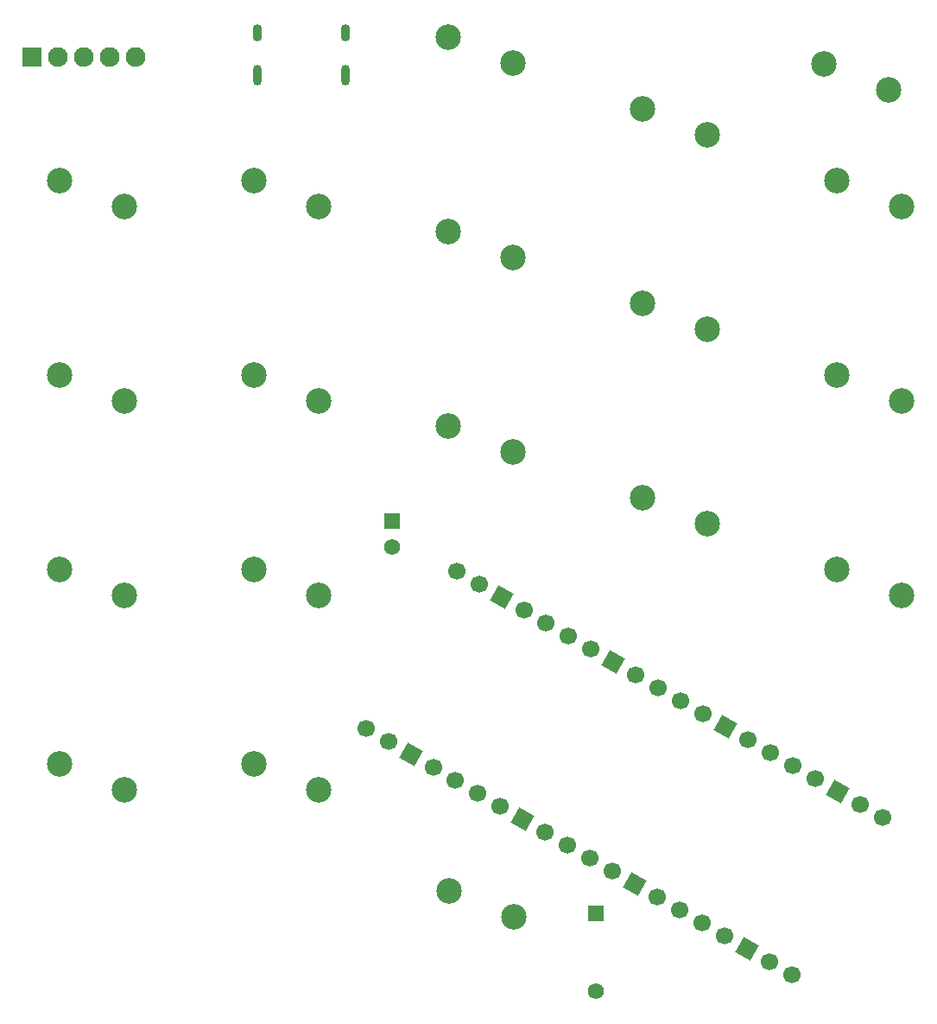
<source format=gbr>
%TF.GenerationSoftware,KiCad,Pcbnew,7.0.9-7.0.9~ubuntu22.04.1*%
%TF.CreationDate,2023-12-10T17:32:56+03:00*%
%TF.ProjectId,Keeb,4b656562-2e6b-4696-9361-645f70636258,rev?*%
%TF.SameCoordinates,Original*%
%TF.FileFunction,Copper,L2,Bot*%
%TF.FilePolarity,Positive*%
%FSLAX46Y46*%
G04 Gerber Fmt 4.6, Leading zero omitted, Abs format (unit mm)*
G04 Created by KiCad (PCBNEW 7.0.9-7.0.9~ubuntu22.04.1) date 2023-12-10 17:32:56*
%MOMM*%
%LPD*%
G01*
G04 APERTURE LIST*
G04 Aperture macros list*
%AMHorizOval*
0 Thick line with rounded ends*
0 $1 width*
0 $2 $3 position (X,Y) of the first rounded end (center of the circle)*
0 $4 $5 position (X,Y) of the second rounded end (center of the circle)*
0 Add line between two ends*
20,1,$1,$2,$3,$4,$5,0*
0 Add two circle primitives to create the rounded ends*
1,1,$1,$2,$3*
1,1,$1,$4,$5*%
%AMRotRect*
0 Rectangle, with rotation*
0 The origin of the aperture is its center*
0 $1 length*
0 $2 width*
0 $3 Rotation angle, in degrees counterclockwise*
0 Add horizontal line*
21,1,$1,$2,0,0,$3*%
G04 Aperture macros list end*
%TA.AperFunction,ComponentPad*%
%ADD10HorizOval,1.700000X0.000000X0.000000X0.000000X0.000000X0*%
%TD*%
%TA.AperFunction,ComponentPad*%
%ADD11RotRect,1.700000X1.700000X240.000000*%
%TD*%
%TA.AperFunction,ComponentPad*%
%ADD12R,1.580000X1.580000*%
%TD*%
%TA.AperFunction,ComponentPad*%
%ADD13C,1.580000*%
%TD*%
%TA.AperFunction,ComponentPad*%
%ADD14C,1.930400*%
%TD*%
%TA.AperFunction,ComponentPad*%
%ADD15R,1.930400X1.930400*%
%TD*%
%TA.AperFunction,ComponentPad*%
%ADD16R,1.575000X1.575000*%
%TD*%
%TA.AperFunction,ComponentPad*%
%ADD17C,1.575000*%
%TD*%
%TA.AperFunction,ComponentPad*%
%ADD18O,0.900000X2.000000*%
%TD*%
%TA.AperFunction,ComponentPad*%
%ADD19O,0.900000X1.700000*%
%TD*%
%TA.AperFunction,ComponentPad*%
%ADD20C,2.500000*%
%TD*%
G04 APERTURE END LIST*
D10*
%TO.P,U1,1,GPIO0*%
%TO.N,0*%
X190264140Y-112900922D03*
%TO.P,U1,2,GPIO1*%
%TO.N,1*%
X188064435Y-111630922D03*
D11*
%TO.P,U1,3,GND*%
%TO.N,GND*%
X185864731Y-110360922D03*
D10*
%TO.P,U1,4,GPIO2*%
%TO.N,2*%
X183665026Y-109090922D03*
%TO.P,U1,5,GPIO3*%
%TO.N,3*%
X181465322Y-107820922D03*
%TO.P,U1,6,GPIO4*%
%TO.N,4*%
X179265617Y-106550922D03*
%TO.P,U1,7,GPIO5*%
%TO.N,5*%
X177065913Y-105280922D03*
D11*
%TO.P,U1,8,GND*%
%TO.N,unconnected-(U1-GND-Pad8)*%
X174866208Y-104010922D03*
D10*
%TO.P,U1,9,GPIO6*%
%TO.N,6*%
X172666504Y-102740922D03*
%TO.P,U1,10,GPIO7*%
%TO.N,7*%
X170466799Y-101470922D03*
%TO.P,U1,11,GPIO8*%
%TO.N,8*%
X168267095Y-100200922D03*
%TO.P,U1,12,GPIO9*%
%TO.N,9*%
X166067390Y-98930922D03*
D11*
%TO.P,U1,13,GND*%
%TO.N,GND*%
X163867686Y-97660922D03*
D10*
%TO.P,U1,14,GPIO10*%
%TO.N,10*%
X161667981Y-96390922D03*
%TO.P,U1,15,GPIO11*%
%TO.N,11*%
X159468277Y-95120922D03*
%TO.P,U1,16,GPIO12*%
%TO.N,12*%
X157268572Y-93850922D03*
%TO.P,U1,17,GPIO13*%
%TO.N,13*%
X155068868Y-92580922D03*
D11*
%TO.P,U1,18,GND*%
%TO.N,GND*%
X152869163Y-91310922D03*
D10*
%TO.P,U1,19,GPIO14*%
%TO.N,14*%
X150669459Y-90040922D03*
%TO.P,U1,20,GPIO15*%
%TO.N,15*%
X148469754Y-88770922D03*
%TO.P,U1,21,GPIO16*%
%TO.N,16*%
X139579754Y-104168854D03*
%TO.P,U1,22,GPIO17*%
%TO.N,17*%
X141779459Y-105438854D03*
D11*
%TO.P,U1,23,GND*%
%TO.N,GND*%
X143979163Y-106708854D03*
D10*
%TO.P,U1,24,GPIO18*%
%TO.N,18*%
X146178868Y-107978854D03*
%TO.P,U1,25,GPIO19*%
%TO.N,19*%
X148378572Y-109248854D03*
%TO.P,U1,26,GPIO20*%
%TO.N,20*%
X150578277Y-110518854D03*
%TO.P,U1,27,GPIO21*%
%TO.N,21*%
X152777981Y-111788854D03*
D11*
%TO.P,U1,28,GND*%
%TO.N,GND*%
X154977686Y-113058854D03*
D10*
%TO.P,U1,29,GPIO22*%
%TO.N,22*%
X157177390Y-114328854D03*
%TO.P,U1,30,RUN*%
%TO.N,unconnected-(U1-RUN-Pad30)*%
X159377095Y-115598854D03*
%TO.P,U1,31,GPIO26_ADC0*%
%TO.N,26*%
X161576799Y-116868854D03*
%TO.P,U1,32,GPIO27_ADC1*%
%TO.N,27*%
X163776504Y-118138854D03*
D11*
%TO.P,U1,33,AGND*%
%TO.N,unconnected-(U1-AGND-Pad33)*%
X165976208Y-119408854D03*
D10*
%TO.P,U1,34,GPIO28_ADC2*%
%TO.N,28*%
X168175913Y-120678854D03*
%TO.P,U1,35,ADC_VREF*%
%TO.N,unconnected-(U1-ADC_VREF-Pad35)*%
X170375617Y-121948854D03*
%TO.P,U1,36,3V3*%
%TO.N,unconnected-(U1-3V3-Pad36)*%
X172575322Y-123218854D03*
%TO.P,U1,37,3V3_EN*%
%TO.N,unconnected-(U1-3V3_EN-Pad37)*%
X174775026Y-124488854D03*
D11*
%TO.P,U1,38,GND*%
%TO.N,GND*%
X176974731Y-125758854D03*
D10*
%TO.P,U1,39,VSYS*%
%TO.N,VSYS*%
X179174435Y-127028854D03*
%TO.P,U1,40,VBUS*%
%TO.N,3v3*%
X181374140Y-128298854D03*
%TD*%
D12*
%TO.P,S1,1A*%
%TO.N,GND*%
X162140000Y-122342944D03*
D13*
%TO.P,S1,1B*%
%TO.N,Net-(J2-Pad2)*%
X162140000Y-129962944D03*
%TD*%
D14*
%TO.P,U2,CLK,CLK*%
%TO.N,4*%
X117030000Y-38372944D03*
%TO.P,U2,DT,DT*%
%TO.N,3*%
X114490000Y-38372944D03*
D15*
%TO.P,U2,GND,GND*%
%TO.N,GND*%
X106870000Y-38372944D03*
D14*
%TO.P,U2,SW,SW*%
%TO.N,28*%
X111950000Y-38372944D03*
%TO.P,U2,VCC,VCC*%
%TO.N,3v3*%
X109410000Y-38372944D03*
%TD*%
D16*
%TO.P,J2,1,1*%
%TO.N,VSYS*%
X142130000Y-83882944D03*
D17*
%TO.P,J2,2,2*%
%TO.N,Net-(J2-Pad2)*%
X142130000Y-86382944D03*
%TD*%
D18*
%TO.P,J1,S1,SHIELD*%
%TO.N,Net-(J1-SHIELD-PadS1)*%
X137590000Y-40210000D03*
%TO.P,J1,S2,SHIELD*%
X128940000Y-40210000D03*
D19*
%TO.P,J1,S3,SHIELD*%
X137590000Y-36040000D03*
%TO.P,J1,S4,SHIELD*%
X128940000Y-36040000D03*
%TD*%
D20*
%TO.P,SW3,1*%
%TO.N,GND*%
X192135000Y-53077944D03*
%TO.P,SW3,2*%
%TO.N,7*%
X185785000Y-50537944D03*
%TD*%
%TO.P,SW4,1*%
%TO.N,GND*%
X192135000Y-72127944D03*
%TO.P,SW4,2*%
%TO.N,6*%
X185785000Y-69587944D03*
%TD*%
%TO.P,SW5,1*%
%TO.N,GND*%
X192135000Y-91177944D03*
%TO.P,SW5,2*%
%TO.N,5*%
X185785000Y-88637944D03*
%TD*%
%TO.P,SW6,1*%
%TO.N,GND*%
X173085000Y-46027944D03*
%TO.P,SW6,2*%
%TO.N,9*%
X166735000Y-43487944D03*
%TD*%
%TO.P,SW7,1*%
%TO.N,GND*%
X173085000Y-65077944D03*
%TO.P,SW7,2*%
%TO.N,8*%
X166735000Y-62537944D03*
%TD*%
%TO.P,SW8,1*%
%TO.N,GND*%
X173085000Y-84127944D03*
%TO.P,SW8,2*%
%TO.N,10*%
X166735000Y-81587944D03*
%TD*%
%TO.P,SW9,1*%
%TO.N,11*%
X154035000Y-38977944D03*
%TO.P,SW9,2*%
%TO.N,GND*%
X147685000Y-36437944D03*
%TD*%
%TO.P,SW10,1*%
%TO.N,12*%
X154035000Y-58027944D03*
%TO.P,SW10,2*%
%TO.N,GND*%
X147685000Y-55487944D03*
%TD*%
%TO.P,SW11,1*%
%TO.N,13*%
X154035000Y-77077944D03*
%TO.P,SW11,2*%
%TO.N,GND*%
X147685000Y-74537944D03*
%TD*%
%TO.P,SW13,1*%
%TO.N,GND*%
X134985000Y-53077944D03*
%TO.P,SW13,2*%
%TO.N,19*%
X128635000Y-50537944D03*
%TD*%
%TO.P,SW14,1*%
%TO.N,GND*%
X134985000Y-72127944D03*
%TO.P,SW14,2*%
%TO.N,18*%
X128635000Y-69587944D03*
%TD*%
%TO.P,SW15,1*%
%TO.N,GND*%
X134985000Y-91177944D03*
%TO.P,SW15,2*%
%TO.N,21*%
X128635000Y-88637944D03*
%TD*%
%TO.P,SW16,1*%
%TO.N,20*%
X134985000Y-110227944D03*
%TO.P,SW16,2*%
%TO.N,GND*%
X128635000Y-107687944D03*
%TD*%
%TO.P,SW17,1*%
%TO.N,16*%
X115935000Y-53077944D03*
%TO.P,SW17,2*%
%TO.N,GND*%
X109585000Y-50537944D03*
%TD*%
%TO.P,SW18,1*%
%TO.N,17*%
X115935000Y-72127944D03*
%TO.P,SW18,2*%
%TO.N,GND*%
X109585000Y-69587944D03*
%TD*%
%TO.P,SW19,1*%
%TO.N,22*%
X115935000Y-91177944D03*
%TO.P,SW19,2*%
%TO.N,GND*%
X109585000Y-88637944D03*
%TD*%
%TO.P,SW20,1*%
%TO.N,26*%
X115935000Y-110227944D03*
%TO.P,SW20,2*%
%TO.N,GND*%
X109585000Y-107687944D03*
%TD*%
%TO.P,SW2,1*%
%TO.N,GND*%
X184515000Y-39107944D03*
%TO.P,SW2,2*%
%TO.N,1*%
X190865000Y-41647944D03*
%TD*%
%TO.P,SW1,1*%
%TO.N,27*%
X154110000Y-122632944D03*
%TO.P,SW1,2*%
%TO.N,GND*%
X147760000Y-120092944D03*
%TD*%
M02*

</source>
